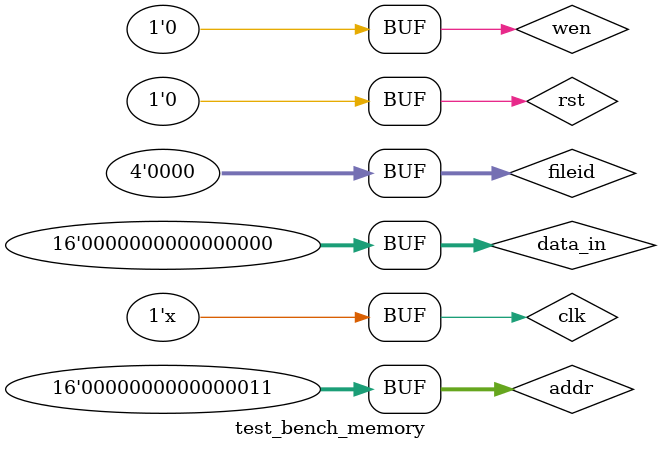
<source format=v>
`timescale 1ns / 1ps


module test_bench_memory;

	// Inputs
	reg clk;
	reg rst;
	reg wen;
	reg [15:0] addr;
	reg [15:0] data_in;
	reg [3:0] fileid;

	// Outputs
	wire [15:0] data_out;

	// Instantiate the Unit Under Test (UUT)
	memory uut (
		.clk(clk), 
		.rst(rst), 
		.wen(wen), 
		.addr(addr), 
		.data_in(data_in), 
		.fileid(fileid), 
		.data_out(data_out)
	);
	
	always #15 clk=~clk;
	initial begin
		// Initialize Inputs
		clk = 0;
		rst = 0;
		wen = 0;
		addr = 0;
		data_in = 0;
		fileid = 0;

		// Wait 100 ns for global reset to finish
		#100;
      
		// Add stimulus here
		
		#25 rst=1;
		#25 rst=0;
		#5;
		#30 addr=16'h1;
		#30 addr=16'h2;
		#30 addr=16'h3;
	end
      
endmodule


</source>
